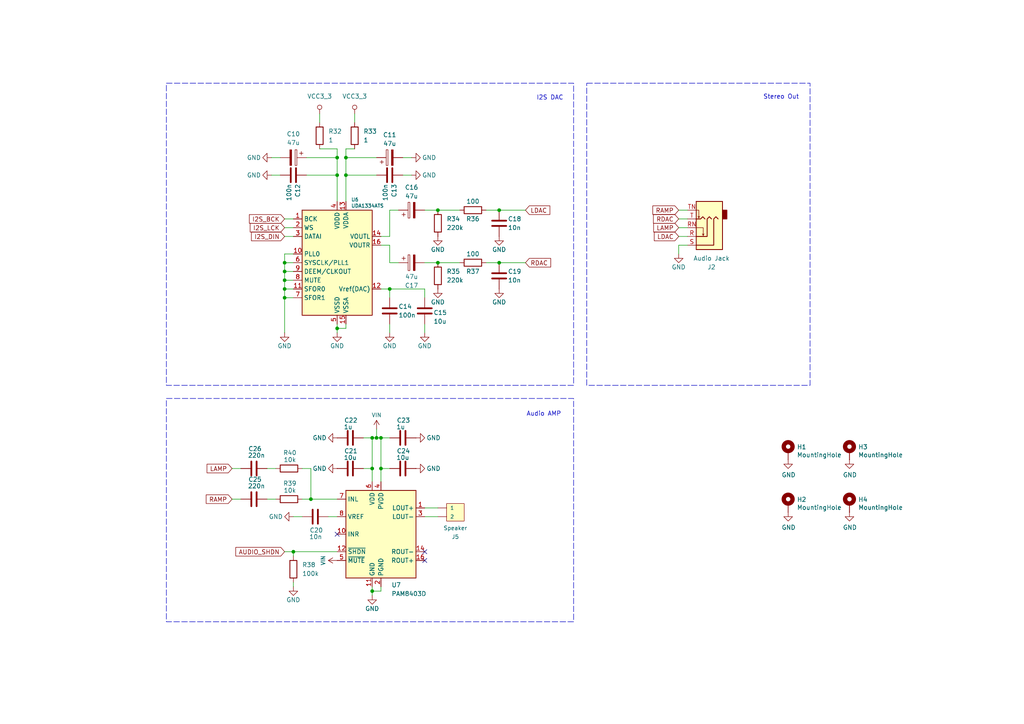
<source format=kicad_sch>
(kicad_sch (version 20250114) (generator "eeschema") (generator_version "9.0")
  (paper "A4")
  (title_block (title "Karabas Esplay") (date "2025-09-30") (rev "A2") (company "Andy Karpov production"))
  (lib_symbols
    (symbol "Amplifier_Audio:PAM8403D"
      (property "Reference" "U" (at 1.27 16.51 0))
      (property "Value" "PAM8403D" (at 6.096 14.224 0))
      (symbol "PAM8403D_0_1"
        (rectangle (start -10.16 12.7) (end 10.16 -12.7) (stroke (width 0.254)) (fill (type background)))
      )
      (symbol "PAM8403D_1_1"
        (pin input line (at -12.7 10.16 0) (length 2.54) (name "INL") (number "7"))
        (pin input line (at -12.7 5.08 0) (length 2.54) (name "VREF") (number "8"))
        (pin input line (at -12.7 0 0) (length 2.54) (name "INR") (number "10"))
        (pin input line (at -12.7 -5.08 0) (length 2.54) (name "~{SHDN}") (number "12"))
        (pin input line (at -12.7 -7.62 0) (length 2.54) (name "~{MUTE}") (number "5"))
        (pin power_in line (at -2.54 15.24 270) (length 2.54) (name "VDD") (number "6"))
        (pin power_in line (at -2.54 -15.24 90) (length 2.54) (name "GND") (number "11"))
        (pin passive line (at 0 15.24 270) (length 2.54) (hide yes) (name "PVDD") (number "13"))
        (pin power_in line (at 0 15.24 270) (length 2.54) (name "PVDD") (number "4"))
        (pin passive line (at 0 -15.24 90) (length 2.54) (hide yes) (name "PGND") (number "15"))
        (pin power_in line (at 0 -15.24 90) (length 2.54) (name "PGND") (number "2"))
        (pin no_connect line (at 10.16 -10.16 180) (length 2.54) (hide yes) (name "NC") (number "9"))
        (pin output line (at 12.7 7.62 180) (length 2.54) (name "LOUT+") (number "1"))
        (pin output line (at 12.7 5.08 180) (length 2.54) (name "LOUT-") (number "3"))
        (pin output line (at 12.7 -5.08 180) (length 2.54) (name "ROUT-") (number "14"))
        (pin output line (at 12.7 -7.62 180) (length 2.54) (name "ROUT+") (number "16"))
      )
    )
    (symbol "Connector_Audio:AudioJack3_SwitchTR"
      (property "Reference" "J" (at 0 8.89 0))
      (property "Value" "AudioJack3_SwitchTR" (at 0 6.35 0))
      (symbol "AudioJack3_SwitchTR_0_1"
        (rectangle (start -5.08 -5.08) (end -6.35 -7.62) (stroke (width 0.254)) (fill (type outline)))
        (polyline (pts (xy -1.905 -5.08) (xy -1.27 -5.715) (xy -0.635 -5.08) (xy -0.635 0) (xy 2.54 0)) (stroke (width 0.254)))
        (polyline (pts (xy 0 -5.08) (xy 0.635 -5.715) (xy 1.27 -5.08) (xy 2.54 -5.08)) (stroke (width 0.254)))
        (polyline (pts (xy 0.508 -0.254) (xy 0.762 -0.762)))
        (polyline (pts (xy 1.778 -5.334) (xy 2.032 -5.842)))
        (rectangle (start 2.54 3.81) (end -5.08 -10.16) (stroke (width 0.254)) (fill (type background)))
        (polyline (pts (xy 2.54 2.54) (xy -2.54 2.54) (xy -2.54 -5.08) (xy -3.175 -5.715) (xy -3.81 -5.08)) (stroke (width 0.254)))
        (polyline (pts (xy 2.54 -2.54) (xy 0.508 -2.54) (xy 0.508 -0.254) (xy 0.254 -0.762)))
        (polyline (pts (xy 2.54 -7.62) (xy 1.778 -7.62) (xy 1.778 -5.334) (xy 1.524 -5.842)))
      )
      (symbol "AudioJack3_SwitchTR_1_1"
        (pin passive line (at 5.08 2.54 180) (length 2.54) (name "~") (number "S"))
        (pin passive line (at 5.08 0 180) (length 2.54) (name "~") (number "R"))
        (pin passive line (at 5.08 -2.54 180) (length 2.54) (name "~") (number "RN"))
        (pin passive line (at 5.08 -5.08 180) (length 2.54) (name "~") (number "T"))
        (pin passive line (at 5.08 -7.62 180) (length 2.54) (name "~") (number "TN"))
      )
    )
    (symbol "Device:C" (pin_numbers (hide yes)) (pin_names (offset 0.254))
      (property "Reference" "C" (at 0.635 2.54 0))
      (property "Value" "C" (at 0.635 -2.54 0))
      (symbol "C_0_1"
        (polyline (pts (xy -2.032 0.762) (xy 2.032 0.762)) (stroke (width 0.508)))
        (polyline (pts (xy -2.032 -0.762) (xy 2.032 -0.762)) (stroke (width 0.508)))
      )
      (symbol "C_1_1"
        (pin passive line (at 0 3.81 270) (length 2.794) (name "~") (number "1"))
        (pin passive line (at 0 -3.81 90) (length 2.794) (name "~") (number "2"))
      )
    )
    (symbol "Device:C_Polarized" (pin_numbers (hide yes)) (pin_names (offset 0.254))
      (property "Reference" "C" (at 0.635 2.54 0))
      (property "Value" "C_Polarized" (at 0.635 -2.54 0))
      (symbol "C_Polarized_0_1"
        (rectangle (start -2.286 0.508) (end 2.286 1.016))
        (polyline (pts (xy -1.778 2.286) (xy -0.762 2.286)))
        (polyline (pts (xy -1.27 2.794) (xy -1.27 1.778)))
        (rectangle (start 2.286 -0.508) (end -2.286 -1.016) (fill (type outline)))
      )
      (symbol "C_Polarized_1_1"
        (pin passive line (at 0 3.81 270) (length 2.794) (name "~") (number "1"))
        (pin passive line (at 0 -3.81 90) (length 2.794) (name "~") (number "2"))
      )
    )
    (symbol "Device:R" (pin_numbers (hide yes)) (pin_names (offset 0))
      (property "Reference" "R" (at 2.032 0 90))
      (property "Value" "R" (at 0 0 90))
      (symbol "R_0_1"
        (rectangle (start -1.016 -2.54) (end 1.016 2.54) (stroke (width 0.254)))
      )
      (symbol "R_1_1"
        (pin passive line (at 0 3.81 270) (length 1.27) (name "~") (number "1"))
        (pin passive line (at 0 -3.81 90) (length 1.27) (name "~") (number "2"))
      )
    )
    (symbol "Mechanical:MountingHole_Pad" (pin_numbers (hide yes)) (pin_names (offset 1.016) (hide yes))
      (property "Reference" "H" (at 0 6.35 0))
      (property "Value" "MountingHole_Pad" (at 0 4.445 0))
      (symbol "MountingHole_Pad_0_1"
        (circle (center 0 1.27) (radius 1.27) (stroke (width 1.27)))
      )
      (symbol "MountingHole_Pad_1_1"
        (pin input line (at 0 -2.54 90) (length 2.54) (name "1") (number "1"))
      )
    )
    (symbol "SparkFun-Connectors:CONN_02-JST-2MM-SMT" (pin_numbers (hide yes)) (pin_names (offset 1.016))
      (property "Reference" "J" (at -5.08 5.08 0))
      (property "Value" "CONN_02-JST-2MM-SMT" (at -5.08 -3.81 0))
      (property "Field5" "CONN-11443" (at 0 8.89 0))
      (symbol "CONN_02-JST-2MM-SMT_1_0"
        (rectangle (start 0 -1.27) (end -5.08 3.81) (fill (type background)))
      )
      (symbol "CONN_02-JST-2MM-SMT_1_1"
        (pin passive line (at 2.54 2.54 180) (length 2.54) (name "2") (number "2"))
        (pin passive line (at 2.54 0 180) (length 2.54) (name "1") (number "1"))
      )
    )
    (symbol "SparkFun-PowerSymbols:VIN" (power) (pin_numbers (hide yes)) (pin_names (offset 1.016) (hide yes))
      (property "Value" "VIN" (at -1.27 3.81 0))
      (property "Footprint" "XXX-00000" (at 0 7.62 0))
      (symbol "VIN_1_0"
        (polyline (pts (xy 0 2.54) (xy -0.762 1.27)))
        (polyline (pts (xy 0 0) (xy 0 2.54)))
        (polyline (pts (xy 0.762 1.27) (xy 0 2.54)))
      )
      (symbol "VIN_1_1"
        (pin power_in line (at 0 0 90) (length 0) (hide yes) (name "VIN") (number "~"))
      )
    )
    (symbol "power:GND" (power) (pin_numbers (hide yes)) (pin_names (offset 0) (hide yes))
      (property "Value" "GND" (at 0 -3.81 0))
      (symbol "GND_0_1"
        (polyline (pts (xy 0 0) (xy 0 -1.27) (xy 1.27 -1.27) (xy 0 -2.54) (xy -1.27 -1.27) (xy 0 -1.27)))
      )
      (symbol "GND_1_1"
        (pin power_in line (at 0 0 270) (length 0) (name "~") (number "1"))
      )
    )
    (symbol "retro:UDA1334ATS"
      (property "Reference" "U22" (at 4.7341 20.32 0))
      (property "Value" "UDA1334ATS" (at 4.7341 17.78 0))
      (symbol "UDA1334ATS_0_1"
        (rectangle (start -10.16 15.24) (end 10.16 -15.24) (stroke (width 0.254)) (fill (type background)))
      )
      (symbol "UDA1334ATS_1_1"
        (pin input line (at -12.7 12.7 0) (length 2.54) (name "BCK") (number "1"))
        (pin input line (at -12.7 10.16 0) (length 2.54) (name "WS") (number "2"))
        (pin input line (at -12.7 7.62 0) (length 2.54) (name "DATAI") (number "3"))
        (pin input line (at -12.7 2.54 0) (length 2.54) (name "PLL0") (number "10"))
        (pin input line (at -12.7 0 0) (length 2.54) (name "SYSCLK/PLL1") (number "6"))
        (pin bidirectional line (at -12.7 -2.54 0) (length 2.54) (name "DEEM/CLKOUT") (number "9"))
        (pin input line (at -12.7 -5.08 0) (length 2.54) (name "MUTE") (number "8"))
        (pin input line (at -12.7 -7.62 0) (length 2.54) (name "SFOR0") (number "11"))
        (pin input line (at -12.7 -10.16 0) (length 2.54) (name "SFOR1") (number "7"))
        (pin power_in line (at 0 17.78 270) (length 2.54) (name "VDDD") (number "4"))
        (pin power_in line (at 0 -17.78 90) (length 2.54) (name "VSSD") (number "5"))
        (pin power_in line (at 2.54 17.78 270) (length 2.54) (name "VDDA") (number "13"))
        (pin power_in line (at 2.54 -17.78 90) (length 2.54) (name "VSSA") (number "15"))
        (pin output line (at 12.7 7.62 180) (length 2.54) (name "VOUTL") (number "14"))
        (pin output line (at 12.7 5.08 180) (length 2.54) (name "VOUTR") (number "16"))
        (pin passive line (at 12.7 -7.62 180) (length 2.54) (name "Vref(DAC)") (number "12"))
      )
    )
    (symbol "vcc33:VCC3_3" (power) (pin_names (offset 0))
      (property "Value" "VCC3_3" (at 0 3.81 0))
      (symbol "VCC3_3_0_1"
        (circle (center 0 1.905) (radius 0.635))
        (polyline (pts (xy 0 0) (xy 0 1.27)))
      )
      (symbol "VCC3_3_1_1"
        (pin power_in line (at 0 0 90) (length 0) (hide yes) (name "VCC3_3") (number "1"))
      )
    )
  )
  (rectangle (start 48.26 115.57) (end 166.37 180.34) (stroke (width 0) (type dash)))
  (rectangle (start 48.26 24.13) (end 166.37 111.76) (stroke (width 0) (type dash)))
  (rectangle (start 170.18 24.13) (end 234.95 111.76) (stroke (width 0) (type dash)))
  (text "Audio AMP" (at 157.734 120.142 0) (effects (font (size 1.27 1.27))))
  (text "I2S DAC" (at 159.512 28.448 0) (effects (font (size 1.27 1.27))))
  (text "Stereo Out" (at 226.568 28.194 0) (effects (font (size 1.27 1.27))))
  (junction (at 144.78 60.96))
  (junction (at 97.79 95.25))
  (junction (at 109.22 127))
  (junction (at 127 76.2))
  (junction (at 85.09 160.02))
  (junction (at 82.55 83.82))
  (junction (at 90.17 144.78))
  (junction (at 127 60.96))
  (junction (at 100.33 45.72))
  (junction (at 107.95 127))
  (junction (at 110.49 135.89))
  (junction (at 113.03 83.82))
  (junction (at 97.79 50.8))
  (junction (at 110.49 127))
  (junction (at 82.55 78.74))
  (junction (at 100.33 50.8))
  (junction (at 82.55 81.28))
  (junction (at 97.79 45.72))
  (junction (at 144.78 76.2))
  (junction (at 107.95 171.45))
  (junction (at 82.55 86.36))
  (junction (at 107.95 135.89))
  (junction (at 82.55 76.2))
  (no_connect (at 97.79 154.94))
  (no_connect (at 123.19 162.56))
  (no_connect (at 123.19 160.02))
  (wire (pts (xy 102.87 33.02) (xy 102.87 35.56)))
  (wire (pts (xy 123.19 76.2) (xy 127 76.2)))
  (wire (pts (xy 107.95 139.7) (xy 107.95 135.89)))
  (wire (pts (xy 100.33 50.8) (xy 109.22 50.8)))
  (wire (pts (xy 196.85 68.58) (xy 199.39 68.58)))
  (wire (pts (xy 82.55 81.28) (xy 85.09 81.28)))
  (wire (pts (xy 87.63 135.89) (xy 90.17 135.89)))
  (wire (pts (xy 82.55 86.36) (xy 85.09 86.36)))
  (wire (pts (xy 100.33 45.72) (xy 100.33 43.18)))
  (wire (pts (xy 78.74 50.8) (xy 81.28 50.8)))
  (wire (pts (xy 140.97 76.2) (xy 144.78 76.2)))
  (wire (pts (xy 110.49 135.89) (xy 110.49 127)))
  (wire (pts (xy 97.79 45.72) (xy 97.79 43.18)))
  (wire (pts (xy 92.71 33.02) (xy 92.71 35.56)))
  (wire (pts (xy 113.03 60.96) (xy 115.57 60.96)))
  (wire (pts (xy 97.79 45.72) (xy 97.79 50.8)))
  (wire (pts (xy 67.31 144.78) (xy 69.85 144.78)))
  (wire (pts (xy 100.33 45.72) (xy 109.22 45.72)))
  (wire (pts (xy 107.95 127) (xy 109.22 127)))
  (wire (pts (xy 88.9 45.72) (xy 97.79 45.72)))
  (wire (pts (xy 82.55 83.82) (xy 82.55 81.28)))
  (wire (pts (xy 95.25 149.86) (xy 97.79 149.86)))
  (wire (pts (xy 107.95 170.18) (xy 107.95 171.45)))
  (wire (pts (xy 113.03 76.2) (xy 115.57 76.2)))
  (wire (pts (xy 196.85 71.12) (xy 199.39 71.12)))
  (wire (pts (xy 123.19 149.86) (xy 127 149.86)))
  (wire (pts (xy 90.17 144.78) (xy 97.79 144.78)))
  (wire (pts (xy 110.49 68.58) (xy 113.03 68.58)))
  (wire (pts (xy 100.33 93.98) (xy 100.33 95.25)))
  (wire (pts (xy 123.19 93.98) (xy 123.19 96.52)))
  (wire (pts (xy 196.85 71.12) (xy 196.85 73.66)))
  (wire (pts (xy 127 60.96) (xy 133.35 60.96)))
  (wire (pts (xy 82.55 63.5) (xy 85.09 63.5)))
  (wire (pts (xy 113.03 71.12) (xy 113.03 76.2)))
  (wire (pts (xy 100.33 58.42) (xy 100.33 50.8)))
  (wire (pts (xy 82.55 73.66) (xy 85.09 73.66)))
  (wire (pts (xy 140.97 60.96) (xy 144.78 60.96)))
  (wire (pts (xy 82.55 81.28) (xy 82.55 78.74)))
  (wire (pts (xy 88.9 50.8) (xy 97.79 50.8)))
  (wire (pts (xy 82.55 78.74) (xy 82.55 76.2)))
  (wire (pts (xy 113.03 83.82) (xy 113.03 86.36)))
  (wire (pts (xy 82.55 68.58) (xy 85.09 68.58)))
  (wire (pts (xy 113.03 68.58) (xy 113.03 60.96)))
  (wire (pts (xy 110.49 127) (xy 113.03 127)))
  (wire (pts (xy 109.22 127) (xy 110.49 127)))
  (wire (pts (xy 105.41 135.89) (xy 107.95 135.89)))
  (wire (pts (xy 85.09 149.86) (xy 87.63 149.86)))
  (wire (pts (xy 100.33 43.18) (xy 102.87 43.18)))
  (wire (pts (xy 123.19 83.82) (xy 123.19 86.36)))
  (wire (pts (xy 196.85 60.96) (xy 199.39 60.96)))
  (wire (pts (xy 85.09 168.91) (xy 85.09 170.18)))
  (wire (pts (xy 113.03 83.82) (xy 123.19 83.82)))
  (wire (pts (xy 110.49 83.82) (xy 113.03 83.82)))
  (wire (pts (xy 110.49 135.89) (xy 113.03 135.89)))
  (wire (pts (xy 110.49 71.12) (xy 113.03 71.12)))
  (wire (pts (xy 82.55 78.74) (xy 85.09 78.74)))
  (wire (pts (xy 123.19 147.32) (xy 127 147.32)))
  (wire (pts (xy 116.84 45.72) (xy 119.38 45.72)))
  (wire (pts (xy 127 76.2) (xy 133.35 76.2)))
  (wire (pts (xy 100.33 50.8) (xy 100.33 45.72)))
  (wire (pts (xy 82.55 76.2) (xy 85.09 76.2)))
  (wire (pts (xy 87.63 144.78) (xy 90.17 144.78)))
  (wire (pts (xy 78.74 45.72) (xy 81.28 45.72)))
  (wire (pts (xy 144.78 60.96) (xy 152.4 60.96)))
  (wire (pts (xy 109.22 124.46) (xy 109.22 127)))
  (wire (pts (xy 77.47 135.89) (xy 80.01 135.89)))
  (wire (pts (xy 107.95 127) (xy 105.41 127)))
  (wire (pts (xy 97.79 50.8) (xy 97.79 58.42)))
  (wire (pts (xy 110.49 170.18) (xy 110.49 171.45)))
  (wire (pts (xy 85.09 161.29) (xy 85.09 160.02)))
  (wire (pts (xy 82.55 160.02) (xy 85.09 160.02)))
  (wire (pts (xy 82.55 96.52) (xy 82.55 86.36)))
  (wire (pts (xy 97.79 43.18) (xy 92.71 43.18)))
  (wire (pts (xy 100.33 95.25) (xy 97.79 95.25)))
  (wire (pts (xy 82.55 86.36) (xy 82.55 83.82)))
  (wire (pts (xy 123.19 60.96) (xy 127 60.96)))
  (wire (pts (xy 85.09 160.02) (xy 97.79 160.02)))
  (wire (pts (xy 107.95 135.89) (xy 107.95 127)))
  (wire (pts (xy 97.79 93.98) (xy 97.79 95.25)))
  (wire (pts (xy 77.47 144.78) (xy 80.01 144.78)))
  (wire (pts (xy 82.55 83.82) (xy 85.09 83.82)))
  (wire (pts (xy 82.55 76.2) (xy 82.55 73.66)))
  (wire (pts (xy 196.85 66.04) (xy 199.39 66.04)))
  (wire (pts (xy 110.49 139.7) (xy 110.49 135.89)))
  (wire (pts (xy 90.17 135.89) (xy 90.17 144.78)))
  (wire (pts (xy 196.85 63.5) (xy 199.39 63.5)))
  (wire (pts (xy 116.84 50.8) (xy 119.38 50.8)))
  (wire (pts (xy 144.78 76.2) (xy 152.4 76.2)))
  (wire (pts (xy 82.55 66.04) (xy 85.09 66.04)))
  (wire (pts (xy 107.95 171.45) (xy 107.95 172.72)))
  (wire (pts (xy 113.03 93.98) (xy 113.03 96.52)))
  (wire (pts (xy 110.49 171.45) (xy 107.95 171.45)))
  (wire (pts (xy 67.31 135.89) (xy 69.85 135.89)))
  (wire (pts (xy 97.79 95.25) (xy 97.79 96.52)))
  (global_label "RDAC" (shape input) (at 196.85 63.5 180) (property "Intersheetrefs" "${INTERSHEET_REFS}" (effects (hide yes))))
  (global_label "RAMP" (shape input) (at 67.31 144.78 180) (property "Intersheetrefs" "${INTERSHEET_REFS}" (effects (hide yes))))
  (global_label "RDAC" (shape input) (at 152.4 76.2 0) (property "Intersheetrefs" "${INTERSHEET_REFS}" (effects (hide yes))))
  (global_label "LAMP" (shape input) (at 196.85 66.04 180) (property "Intersheetrefs" "${INTERSHEET_REFS}" (effects (hide yes))))
  (global_label "LDAC" (shape input) (at 196.85 68.58 180) (property "Intersheetrefs" "${INTERSHEET_REFS}" (effects (hide yes))))
  (global_label "AUDIO_SHDN" (shape input) (at 82.55 160.02 180) (property "Intersheetrefs" "${INTERSHEET_REFS}" (effects (hide yes))))
  (global_label "I2S_BCK" (shape input) (at 82.55 63.5 180) (property "Intersheetrefs" "${INTERSHEET_REFS}" (effects (hide yes))))
  (global_label "LDAC" (shape input) (at 152.4 60.96 0) (property "Intersheetrefs" "${INTERSHEET_REFS}" (effects (hide yes))))
  (global_label "RAMP" (shape input) (at 196.85 60.96 180) (property "Intersheetrefs" "${INTERSHEET_REFS}" (effects (hide yes))))
  (global_label "I2S_DIN" (shape input) (at 82.55 68.58 180) (property "Intersheetrefs" "${INTERSHEET_REFS}" (effects (hide yes))))
  (global_label "LAMP" (shape input) (at 67.31 135.89 180) (property "Intersheetrefs" "${INTERSHEET_REFS}" (effects (hide yes))))
  (global_label "I2S_LCK" (shape input) (at 82.55 66.04 180) (property "Intersheetrefs" "${INTERSHEET_REFS}" (effects (hide yes))))
  (symbol (lib_id "Mechanical:MountingHole_Pad") (at 228.6 146.05 0) (unit 1) (in_bom no)
    (property "Reference" "H2" (at 231.14 144.8816 0) (effects (justify left)))
    (property "Value" "MountingHole" (at 231.14 147.193 0) (effects (justify left)))
    (property "Footprint" "MountingHole:MountingHole_3.5mm_Pad_Via" (effects (hide yes)))
  )
  (symbol (lib_id "Mechanical:MountingHole_Pad") (at 246.38 146.05 0) (unit 1) (in_bom no)
    (property "Reference" "H4" (at 248.92 144.8816 0) (effects (justify left)))
    (property "Value" "MountingHole" (at 248.92 147.193 0) (effects (justify left)))
    (property "Footprint" "MountingHole:MountingHole_3.5mm_Pad_Via" (effects (hide yes)))
  )
  (symbol (lib_id "Mechanical:MountingHole_Pad") (at 228.6 130.81 0) (unit 1) (in_bom no)
    (property "Reference" "H1" (at 231.14 129.6416 0) (effects (justify left)))
    (property "Value" "MountingHole" (at 231.14 131.953 0) (effects (justify left)))
    (property "Footprint" "MountingHole:MountingHole_3.5mm_Pad_Via" (effects (hide yes)))
  )
  (symbol (lib_id "Mechanical:MountingHole_Pad") (at 246.38 130.81 0) (unit 1) (in_bom no)
    (property "Reference" "H3" (at 248.92 129.6416 0) (effects (justify left)))
    (property "Value" "MountingHole" (at 248.92 131.953 0) (effects (justify left)))
    (property "Footprint" "MountingHole:MountingHole_3.5mm_Pad_Via" (effects (hide yes)))
  )
  (symbol (lib_id "retro:UDA1334ATS") (at 97.79 76.2 0) (unit 1)
    (property "Reference" "U6" (at 101.854 57.912 0) (effects (font (size 1 1)) (justify left)))
    (property "Value" "UDA1334ATS" (at 101.854 59.69 0) (effects (font (size 1 1)) (justify left)))
    (property "Footprint" "Package_SO:SSOP-16_4.4x5.2mm_P0.65mm" (effects (hide yes)))
    (property "Datasheet" "http://www.nxp.com/docs/en/data-sheet/UDA1334ATS.pdf" (effects (hide yes)))
    (property "Description" "Low Power Audio DAC with PLL, SSOP-16" (effects (hide yes)))
  )
  (symbol (lib_id "Device:C") (at 101.6 135.89 90) (unit 1)
    (property "Reference" "C21" (at 99.822 130.81 90) (effects (justify right)))
    (property "Value" "10u" (at 99.695 132.715 90) (effects (justify right)))
    (property "Footprint" "Capacitor_SMD:C_0805_2012Metric_Pad1.18x1.45mm_HandSolder" (effects (hide yes)))
    (property "Description" "Unpolarized capacitor" (effects (hide yes)))
  )
  (symbol (lib_id "Device:C") (at 123.19 90.17 0) (unit 1)
    (property "Reference" "C15" (at 125.73 90.678 0) (effects (justify left)))
    (property "Value" "10u" (at 125.73 93.218 0) (effects (justify left)))
    (property "Footprint" "Capacitor_SMD:C_0805_2012Metric_Pad1.18x1.45mm_HandSolder" (effects (hide yes)))
    (property "Description" "Unpolarized capacitor" (effects (hide yes)))
  )
  (symbol (lib_id "SparkFun-Connectors:CONN_02-JST-2MM-SMT") (at 129.54 147.32 180) (unit 1)
    (property "Reference" "J5" (at 132.08 155.702 0) (effects (font (size 1.143 1.143))))
    (property "Value" "Speaker" (at 132.08 153.162 0) (effects (font (size 1.143 1.143))))
    (property "Footprint" "Connector_PinHeader_2.54mm:PinHeader_1x02_P2.54mm_Vertical" (effects (hide yes)))
    (property "Description" "Multi connection point. Often used as Generic Header-pin footprint for 0.1 inch spaced/style header connections  <b>On any of the 0.1 inch spaced packages, you can populate with these:</b><ul><li><a href=\"https://www.sparkfun.com/products/116\"> Break Away Headers - Straight</a> (PRT-00116)</li><li><a href=\"https://www.sparkfun.com/products/553\"> Break Away Male Headers - Right Angle</a> (PRT-00553)</li><li><a href=\"https://www.sparkfun.com/products/115\"> Female Headers</a> (PRT-00115)</li><li><a href=\"https://www.sparkfun.com/products/117\"> Break Away Headers - Machine Pin</a> (PRT-00117)</li><li><a href=\"https://www.sparkfun.com/products/743\"> Break Away Female Headers - Swiss Machine Pin</a> (PRT-00743)</li></ul> <b> For SCREWTERMINALS and SPRING TERMINALS visit here:</b><ul><li><a href=\"https://www.sparkfun.com/search/results?term=Screw+Terminals\"> Screw Terimnals on SparkFun.com</a> (5mm/3.5mm/2.54mm spacing)</li></ul> <b>This device is also useful as a general connection point to wire up your design to another part of your project. Our various solder wires solder well into these plated through hole pads.</b><ul><li><a href=\"https://www.sparkfun.com/products/11375\"> Hook-Up Wire - Assortment (Stranded, 22 AWG)</a> (PRT-11375)</li><li><a href=\"https://www.sparkfun.com/products/11367\"> Hook-Up Wire - Assortment (Solid Core, 22 AWG)</a> (PRT-11367)</li><li><a href=\"https://www.sparkfun.com/categories/141\"> View the entire wire category on our website here</a></li> </ul> <b>Special notes:</b> Molex polarized connector foot print use with: PRT-08233 with associated crimp pins and housings.<br><br>2.54_SCREWTERM for use with  PRT-10571.<br><br>3.5mm Screw Terminal footprints for  PRT-08084<br><br>5mm Screw Terminal footprints for use with PRT-08432" (effects (hide yes)))
    (property "Field5" "CONN-11443" (effects (hide yes)))
  )
  (symbol (lib_id "vcc33:VCC3_3") (at 102.87 33.02 0) (unit 1)
    (property "Reference" "#PWR047" (effects (hide yes)))
    (property "Value" "VCC3_3" (at 102.87 27.94 0))
    (property "Description" "Power flag, VCC" (effects (hide yes)))
  )
  (symbol (lib_id "Connector_Audio:AudioJack3_SwitchTR") (at 204.47 68.58 180) (unit 1)
    (property "Reference" "J2" (at 206.375 77.47 0))
    (property "Value" "Audio Jack" (at 206.375 74.93 0))
    (property "Footprint" "Connector_Audio:Jack_3.5mm_CUI_SJ1-3525N_Horizontal" (effects (hide yes)))
    (property "Description" "Audio Jack, 3 Poles (Stereo / TRS), Switched TR Poles (Normalling)" (effects (hide yes)))
  )
  (symbol (lib_id "power:GND") (at 113.03 96.52 0) (unit 1)
    (property "Reference" "#PWR053" (effects (hide yes)))
    (property "Value" "GND" (at 115.062 100.33 0) (effects (justify right)))
    (property "Description" "Power symbol creates a global label with name \"GND\" , ground" (effects (hide yes)))
  )
  (symbol (lib_id "SparkFun-PowerSymbols:VIN") (at 109.22 124.46 0) (unit 1)
    (property "Reference" "#SUPPLY012" (effects (hide yes)))
    (property "Value" "VIN" (at 109.22 120.396 0) (effects (font (size 1.143 1.143))))
    (property "Footprint" "XXX-00000" (effects (hide yes)))
    (property "Description" "Input Voltage Supply Generic voltage input supply symbol." (effects (hide yes)))
  )
  (symbol (lib_id "power:GND") (at 119.38 50.8 90) (unit 1)
    (property "Reference" "#PWR051" (effects (hide yes)))
    (property "Value" "GND" (at 122.428 50.8 90) (effects (justify right)))
    (property "Description" "Power symbol creates a global label with name \"GND\" , ground" (effects (hide yes)))
  )
  (symbol (lib_id "power:GND") (at 246.38 148.59 0) (unit 1)
    (property "Reference" "#PWR071" (effects (hide yes)))
    (property "Value" "GND" (at 246.507 152.9842 0))
  )
  (symbol (lib_id "Device:C") (at 144.78 80.01 0) (unit 1)
    (property "Reference" "C19" (at 147.32 78.74 0) (effects (justify left)))
    (property "Value" "10n" (at 147.32 81.28 0) (effects (justify left)))
    (property "Footprint" "Capacitor_SMD:C_0805_2012Metric_Pad1.18x1.45mm_HandSolder" (effects (hide yes)))
    (property "Description" "Unpolarized capacitor" (effects (hide yes)))
  )
  (symbol (lib_id "Device:R") (at 85.09 165.1 0) (unit 1)
    (property "Reference" "R38" (at 87.63 163.8299 0) (effects (justify left)))
    (property "Value" "100k" (at 87.63 166.3699 0) (effects (justify left)))
    (property "Footprint" "Resistor_SMD:R_0805_2012Metric_Pad1.20x1.40mm_HandSolder" (effects (hide yes)))
    (property "Description" "Resistor" (effects (hide yes)))
  )
  (symbol (lib_id "Device:C_Polarized") (at 119.38 60.96 90) (unit 1)
    (property "Reference" "C16" (at 119.38 54.356 90))
    (property "Value" "47u" (at 119.38 56.896 90))
    (property "Footprint" "Capacitor_Tantalum_SMD:CP_EIA-3528-21_Kemet-B_HandSolder" (effects (hide yes)))
    (property "Description" "Polarized capacitor" (effects (hide yes)))
  )
  (symbol (lib_id "Device:R") (at 127 80.01 0) (unit 1)
    (property "Reference" "R35" (at 129.54 78.7399 0) (effects (justify left)))
    (property "Value" "220k" (at 129.54 81.2799 0) (effects (justify left)))
    (property "Footprint" "Resistor_SMD:R_0805_2012Metric_Pad1.20x1.40mm_HandSolder" (effects (hide yes)))
    (property "Description" "Resistor" (effects (hide yes)))
  )
  (symbol (lib_id "power:GND") (at 127 83.82 0) (unit 1)
    (property "Reference" "#PWR057" (effects (hide yes)))
    (property "Value" "GND" (at 129.032 87.63 0) (effects (justify right)))
    (property "Description" "Power symbol creates a global label with name \"GND\" , ground" (effects (hide yes)))
  )
  (symbol (lib_id "Device:C") (at 144.78 64.77 0) (unit 1)
    (property "Reference" "C18" (at 147.32 63.5 0) (effects (justify left)))
    (property "Value" "10n" (at 147.32 66.04 0) (effects (justify left)))
    (property "Footprint" "Capacitor_SMD:C_0805_2012Metric_Pad1.18x1.45mm_HandSolder" (effects (hide yes)))
    (property "Description" "Unpolarized capacitor" (effects (hide yes)))
  )
  (symbol (lib_id "power:GND") (at 97.79 127 270) (unit 1)
    (property "Reference" "#PWR063" (effects (hide yes)))
    (property "Value" "GND" (at 94.742 127 90) (effects (justify right)))
    (property "Description" "Power symbol creates a global label with name \"GND\" , ground" (effects (hide yes)))
  )
  (symbol (lib_id "power:GND") (at 82.55 96.52 0) (unit 1)
    (property "Reference" "#PWR055" (effects (hide yes)))
    (property "Value" "GND" (at 84.582 100.33 0) (effects (justify right)))
    (property "Description" "Power symbol creates a global label with name \"GND\" , ground" (effects (hide yes)))
  )
  (symbol (lib_id "SparkFun-PowerSymbols:VIN") (at 97.79 162.56 90) (unit 1)
    (property "Reference" "#SUPPLY013" (effects (hide yes)))
    (property "Value" "VIN" (at 93.726 162.56 0) (effects (font (size 1.143 1.143))))
    (property "Footprint" "XXX-00000" (effects (hide yes)))
    (property "Description" "Input Voltage Supply Generic voltage input supply symbol." (effects (hide yes)))
  )
  (symbol (lib_id "Device:C") (at 116.84 135.89 90) (unit 1)
    (property "Reference" "C24" (at 115.062 130.81 90) (effects (justify right)))
    (property "Value" "10u" (at 114.935 132.715 90) (effects (justify right)))
    (property "Footprint" "Capacitor_SMD:C_0805_2012Metric_Pad1.18x1.45mm_HandSolder" (effects (hide yes)))
    (property "Description" "Unpolarized capacitor" (effects (hide yes)))
  )
  (symbol (lib_id "power:GND") (at 144.78 68.58 0) (unit 1)
    (property "Reference" "#PWR059" (effects (hide yes)))
    (property "Value" "GND" (at 146.812 72.39 0) (effects (justify right)))
    (property "Description" "Power symbol creates a global label with name \"GND\" , ground" (effects (hide yes)))
  )
  (symbol (lib_id "power:GND") (at 119.38 45.72 90) (unit 1)
    (property "Reference" "#PWR050" (effects (hide yes)))
    (property "Value" "GND" (at 122.428 45.72 90) (effects (justify right)))
    (property "Description" "Power symbol creates a global label with name \"GND\" , ground" (effects (hide yes)))
  )
  (symbol (lib_id "power:GND") (at 78.74 50.8 270) (unit 1)
    (property "Reference" "#PWR049" (effects (hide yes)))
    (property "Value" "GND" (at 75.692 50.8 90) (effects (justify right)))
    (property "Description" "Power symbol creates a global label with name \"GND\" , ground" (effects (hide yes)))
  )
  (symbol (lib_id "Device:R") (at 92.71 39.37 0) (unit 1)
    (property "Reference" "R32" (at 95.25 38.0999 0) (effects (justify left)))
    (property "Value" "1" (at 95.25 40.6399 0) (effects (justify left)))
    (property "Footprint" "Resistor_SMD:R_0805_2012Metric_Pad1.20x1.40mm_HandSolder" (effects (hide yes)))
    (property "Description" "Resistor" (effects (hide yes)))
  )
  (symbol (lib_id "power:GND") (at 107.95 172.72 0) (unit 1)
    (property "Reference" "#PWR062" (effects (hide yes)))
    (property "Value" "GND" (at 109.982 176.53 0) (effects (justify right)))
    (property "Description" "Power symbol creates a global label with name \"GND\" , ground" (effects (hide yes)))
  )
  (symbol (lib_id "Device:C") (at 116.84 127 90) (unit 1)
    (property "Reference" "C23" (at 115.062 121.92 90) (effects (justify right)))
    (property "Value" "1u" (at 114.935 123.825 90) (effects (justify right)))
    (property "Footprint" "Capacitor_SMD:C_0805_2012Metric_Pad1.18x1.45mm_HandSolder" (effects (hide yes)))
    (property "Description" "Unpolarized capacitor" (effects (hide yes)))
  )
  (symbol (lib_id "vcc33:VCC3_3") (at 92.71 33.02 0) (unit 1)
    (property "Reference" "#PWR046" (effects (hide yes)))
    (property "Value" "VCC3_3" (at 92.71 27.94 0))
    (property "Description" "Power flag, VCC" (effects (hide yes)))
  )
  (symbol (lib_id "Device:C") (at 73.66 135.89 270) (unit 1)
    (property "Reference" "C26" (at 72.009 130.175 90) (effects (justify left)))
    (property "Value" "220n" (at 71.882 132.08 90) (effects (justify left)))
    (property "Footprint" "Capacitor_SMD:C_0805_2012Metric_Pad1.18x1.45mm_HandSolder" (effects (hide yes)))
    (property "Description" "Unpolarized capacitor" (effects (hide yes)))
  )
  (symbol (lib_id "Device:R") (at 83.82 135.89 90) (unit 1)
    (property "Reference" "R40" (at 84.074 131.318 90))
    (property "Value" "10k" (at 84.074 133.35 90))
    (property "Footprint" "Resistor_SMD:R_0805_2012Metric_Pad1.20x1.40mm_HandSolder" (effects (hide yes)))
    (property "Description" "Resistor" (effects (hide yes)))
  )
  (symbol (lib_id "power:GND") (at 78.74 45.72 270) (unit 1)
    (property "Reference" "#PWR048" (effects (hide yes)))
    (property "Value" "GND" (at 75.692 45.72 90) (effects (justify right)))
    (property "Description" "Power symbol creates a global label with name \"GND\" , ground" (effects (hide yes)))
  )
  (symbol (lib_id "power:GND") (at 144.78 83.82 0) (unit 1)
    (property "Reference" "#PWR058" (effects (hide yes)))
    (property "Value" "GND" (at 146.812 87.63 0) (effects (justify right)))
    (property "Description" "Power symbol creates a global label with name \"GND\" , ground" (effects (hide yes)))
  )
  (symbol (lib_id "power:GND") (at 97.79 96.52 0) (unit 1)
    (property "Reference" "#PWR052" (effects (hide yes)))
    (property "Value" "GND" (at 99.822 100.33 0) (effects (justify right)))
    (property "Description" "Power symbol creates a global label with name \"GND\" , ground" (effects (hide yes)))
  )
  (symbol (lib_id "Device:C") (at 85.09 50.8 270) (unit 1)
    (property "Reference" "C12" (at 86.36 53.34 0) (effects (justify left)))
    (property "Value" "100n" (at 83.82 53.34 0) (effects (justify left)))
    (property "Footprint" "Capacitor_SMD:C_0805_2012Metric_Pad1.18x1.45mm_HandSolder" (effects (hide yes)))
    (property "Description" "Unpolarized capacitor" (effects (hide yes)))
  )
  (symbol (lib_id "power:GND") (at 246.38 133.35 0) (unit 1)
    (property "Reference" "#PWR069" (effects (hide yes)))
    (property "Value" "GND" (at 246.507 137.7442 0))
  )
  (symbol (lib_id "power:GND") (at 120.65 135.89 90) (unit 1)
    (property "Reference" "#PWR066" (effects (hide yes)))
    (property "Value" "GND" (at 123.698 135.89 90) (effects (justify right)))
    (property "Description" "Power symbol creates a global label with name \"GND\" , ground" (effects (hide yes)))
  )
  (symbol (lib_id "Device:C") (at 91.44 149.86 90) (unit 1)
    (property "Reference" "C20" (at 89.789 153.797 90) (effects (justify right)))
    (property "Value" "10n" (at 89.662 155.702 90) (effects (justify right)))
    (property "Footprint" "Capacitor_SMD:C_0805_2012Metric_Pad1.18x1.45mm_HandSolder" (effects (hide yes)))
    (property "Description" "Unpolarized capacitor" (effects (hide yes)))
  )
  (symbol (lib_id "Amplifier_Audio:PAM8403D") (at 110.49 154.94 0) (unit 1)
    (property "Reference" "U7" (at 113.538 169.672 0) (effects (justify left)))
    (property "Value" "PAM8403D" (at 113.538 172.212 0) (effects (justify left)))
    (property "Footprint" "Package_SO:SOIC-16_3.9x9.9mm_P1.27mm" (effects (hide yes)))
    (property "Datasheet" "https://www.diodes.com/assets/Datasheets/products_inactive_data/PAM8403.pdf" (effects (hide yes)))
    (property "Description" "3W Filterless Class-D Stereo Audio Amplifier, SOIC-16" (effects (hide yes)))
  )
  (symbol (lib_id "Device:R") (at 137.16 60.96 90) (unit 1)
    (property "Reference" "R36" (at 137.16 63.5 90))
    (property "Value" "100" (at 137.16 58.42 90))
    (property "Footprint" "Resistor_SMD:R_0805_2012Metric_Pad1.20x1.40mm_HandSolder" (effects (hide yes)))
    (property "Description" "Resistor" (effects (hide yes)))
  )
  (symbol (lib_id "power:GND") (at 196.85 73.66 0) (unit 1)
    (property "Reference" "#PWR060" (effects (hide yes)))
    (property "Value" "GND" (at 198.882 77.47 0) (effects (justify right)))
    (property "Description" "Power symbol creates a global label with name \"GND\" , ground" (effects (hide yes)))
  )
  (symbol (lib_id "Device:C_Polarized") (at 119.38 76.2 90) (mirror x) (unit 1)
    (property "Reference" "C17" (at 119.38 82.804 90))
    (property "Value" "47u" (at 119.38 80.264 90))
    (property "Footprint" "Capacitor_Tantalum_SMD:CP_EIA-3528-21_Kemet-B_HandSolder" (effects (hide yes)))
    (property "Description" "Polarized capacitor" (effects (hide yes)))
  )
  (symbol (lib_id "Device:R") (at 137.16 76.2 90) (unit 1)
    (property "Reference" "R37" (at 137.16 78.74 90))
    (property "Value" "100" (at 137.16 73.66 90))
    (property "Footprint" "Resistor_SMD:R_0805_2012Metric_Pad1.20x1.40mm_HandSolder" (effects (hide yes)))
    (property "Description" "Resistor" (effects (hide yes)))
  )
  (symbol (lib_id "Device:C") (at 113.03 50.8 270) (unit 1)
    (property "Reference" "C13" (at 114.3 53.34 0) (effects (justify left)))
    (property "Value" "100n" (at 111.76 53.34 0) (effects (justify left)))
    (property "Footprint" "Capacitor_SMD:C_0805_2012Metric_Pad1.18x1.45mm_HandSolder" (effects (hide yes)))
    (property "Description" "Unpolarized capacitor" (effects (hide yes)))
  )
  (symbol (lib_id "Device:C") (at 101.6 127 90) (unit 1)
    (property "Reference" "C22" (at 99.822 121.92 90) (effects (justify right)))
    (property "Value" "1u" (at 99.695 123.825 90) (effects (justify right)))
    (property "Footprint" "Capacitor_SMD:C_0805_2012Metric_Pad1.18x1.45mm_HandSolder" (effects (hide yes)))
    (property "Description" "Unpolarized capacitor" (effects (hide yes)))
  )
  (symbol (lib_id "power:GND") (at 123.19 96.52 0) (unit 1)
    (property "Reference" "#PWR054" (effects (hide yes)))
    (property "Value" "GND" (at 125.222 100.33 0) (effects (justify right)))
    (property "Description" "Power symbol creates a global label with name \"GND\" , ground" (effects (hide yes)))
  )
  (symbol (lib_id "power:GND") (at 228.6 133.35 0) (unit 1)
    (property "Reference" "#PWR068" (effects (hide yes)))
    (property "Value" "GND" (at 228.727 137.7442 0))
  )
  (symbol (lib_id "Device:C") (at 113.03 90.17 0) (unit 1)
    (property "Reference" "C14" (at 115.57 88.9 0) (effects (justify left)))
    (property "Value" "100n" (at 115.57 91.44 0) (effects (justify left)))
    (property "Footprint" "Capacitor_SMD:C_0805_2012Metric_Pad1.18x1.45mm_HandSolder" (effects (hide yes)))
    (property "Description" "Unpolarized capacitor" (effects (hide yes)))
  )
  (symbol (lib_id "power:GND") (at 85.09 149.86 270) (unit 1)
    (property "Reference" "#PWR061" (effects (hide yes)))
    (property "Value" "GND" (at 82.042 149.86 90) (effects (justify right)))
    (property "Description" "Power symbol creates a global label with name \"GND\" , ground" (effects (hide yes)))
  )
  (symbol (lib_id "power:GND") (at 127 68.58 0) (unit 1)
    (property "Reference" "#PWR056" (effects (hide yes)))
    (property "Value" "GND" (at 129.032 72.39 0) (effects (justify right)))
    (property "Description" "Power symbol creates a global label with name \"GND\" , ground" (effects (hide yes)))
  )
  (symbol (lib_id "Device:R") (at 127 64.77 0) (unit 1)
    (property "Reference" "R34" (at 129.54 63.4999 0) (effects (justify left)))
    (property "Value" "220k" (at 129.54 66.0399 0) (effects (justify left)))
    (property "Footprint" "Resistor_SMD:R_0805_2012Metric_Pad1.20x1.40mm_HandSolder" (effects (hide yes)))
    (property "Description" "Resistor" (effects (hide yes)))
  )
  (symbol (lib_id "power:GND") (at 85.09 170.18 0) (unit 1)
    (property "Reference" "#PWR067" (effects (hide yes)))
    (property "Value" "GND" (at 87.122 173.99 0) (effects (justify right)))
    (property "Description" "Power symbol creates a global label with name \"GND\" , ground" (effects (hide yes)))
  )
  (symbol (lib_id "power:GND") (at 97.79 135.89 270) (unit 1)
    (property "Reference" "#PWR064" (effects (hide yes)))
    (property "Value" "GND" (at 94.742 135.89 90) (effects (justify right)))
    (property "Description" "Power symbol creates a global label with name \"GND\" , ground" (effects (hide yes)))
  )
  (symbol (lib_id "Device:R") (at 83.82 144.78 90) (unit 1)
    (property "Reference" "R39" (at 84.074 140.208 90))
    (property "Value" "10k" (at 84.074 142.24 90))
    (property "Footprint" "Resistor_SMD:R_0805_2012Metric_Pad1.20x1.40mm_HandSolder" (effects (hide yes)))
    (property "Description" "Resistor" (effects (hide yes)))
  )
  (symbol (lib_id "Device:C_Polarized") (at 113.03 45.72 90) (unit 1)
    (property "Reference" "C11" (at 113.03 39.116 90))
    (property "Value" "47u" (at 113.03 41.656 90))
    (property "Footprint" "Capacitor_Tantalum_SMD:CP_EIA-3528-21_Kemet-B_HandSolder" (effects (hide yes)))
    (property "Description" "Polarized capacitor" (effects (hide yes)))
  )
  (symbol (lib_id "Device:C") (at 73.66 144.78 270) (unit 1)
    (property "Reference" "C25" (at 72.009 139.065 90) (effects (justify left)))
    (property "Value" "220n" (at 71.882 140.97 90) (effects (justify left)))
    (property "Footprint" "Capacitor_SMD:C_0805_2012Metric_Pad1.18x1.45mm_HandSolder" (effects (hide yes)))
    (property "Description" "Unpolarized capacitor" (effects (hide yes)))
  )
  (symbol (lib_id "power:GND") (at 228.6 148.59 0) (unit 1)
    (property "Reference" "#PWR070" (effects (hide yes)))
    (property "Value" "GND" (at 228.727 152.9842 0))
  )
  (symbol (lib_id "power:GND") (at 120.65 127 90) (unit 1)
    (property "Reference" "#PWR065" (effects (hide yes)))
    (property "Value" "GND" (at 123.698 127 90) (effects (justify right)))
    (property "Description" "Power symbol creates a global label with name \"GND\" , ground" (effects (hide yes)))
  )
  (symbol (lib_id "Device:R") (at 102.87 39.37 0) (unit 1)
    (property "Reference" "R33" (at 105.41 38.0999 0) (effects (justify left)))
    (property "Value" "1" (at 105.41 40.6399 0) (effects (justify left)))
    (property "Footprint" "Resistor_SMD:R_0805_2012Metric_Pad1.20x1.40mm_HandSolder" (effects (hide yes)))
    (property "Description" "Resistor" (effects (hide yes)))
  )
  (symbol (lib_id "Device:C_Polarized") (at 85.09 45.72 270) (unit 1)
    (property "Reference" "C10" (at 85.09 38.862 90))
    (property "Value" "47u" (at 85.09 41.402 90))
    (property "Footprint" "Capacitor_Tantalum_SMD:CP_EIA-3528-21_Kemet-B_HandSolder" (effects (hide yes)))
    (property "Description" "Polarized capacitor" (effects (hide yes)))
  )
)
</source>
